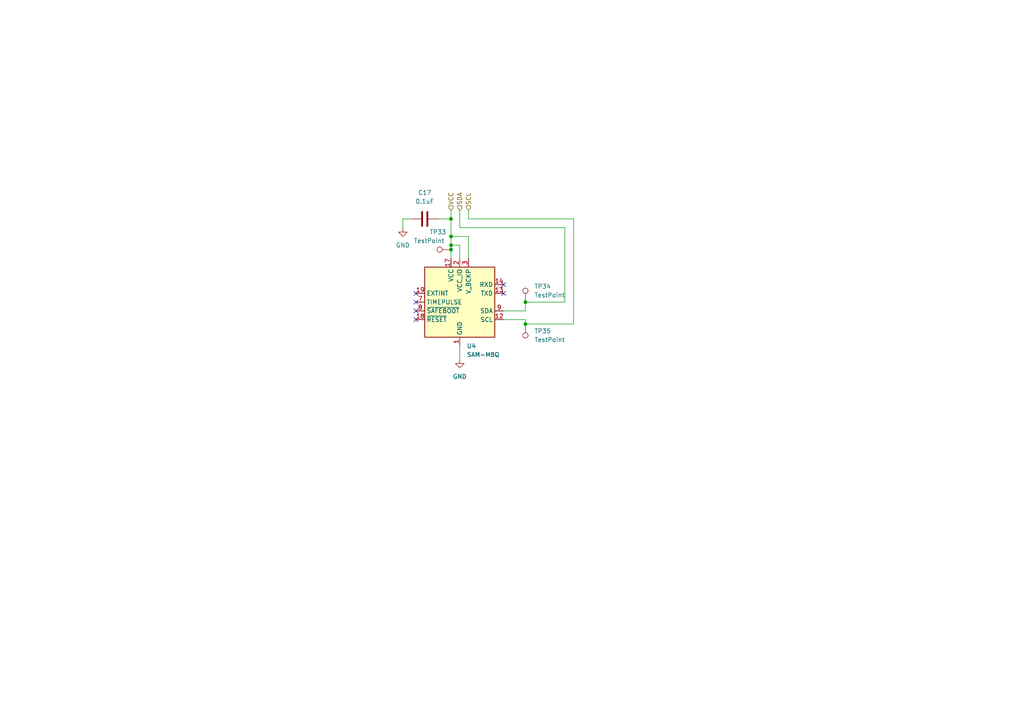
<source format=kicad_sch>
(kicad_sch (version 20211123) (generator eeschema)
  (paper "A4")
  (lib_symbols
    (symbol "Connector:TestPoint" (pin_numbers hide) (pin_names (offset 0.762) hide)
      (property "Reference" "TP" (at 0 6.858 0))
      (property "Value" "TestPoint" (at 0 5.08 0))
      (symbol "TestPoint_0_1"
        (circle (center 0 3.302) (radius 0.762))
      )
      (symbol "TestPoint_1_1"
        (pin passive line (at 0 0 90) (length 2.54) (name "1") (number "1"))
      )
    )
    (symbol "Device:C" (pin_numbers hide) (pin_names (offset 0.254))
      (property "Reference" "C" (at 0.635 2.54 0))
      (property "Value" "C" (at 0.635 -2.54 0))
      (symbol "C_0_1"
        (polyline (pts (xy -2.032 -0.762) (xy 2.032 -0.762)) (stroke (width 0.508)))
        (polyline (pts (xy -2.032 0.762) (xy 2.032 0.762)) (stroke (width 0.508)))
      )
      (symbol "C_1_1"
        (pin passive line (at 0 3.81 270) (length 2.794) (name "~") (number "1"))
        (pin passive line (at 0 -3.81 90) (length 2.794) (name "~") (number "2"))
      )
    )
    (symbol "RF_GPS:SAM-M8Q"
      (property "Reference" "U" (at -8.89 11.43 0))
      (property "Value" "SAM-M8Q" (at 8.89 11.43 0))
      (symbol "SAM-M8Q_0_1"
        (rectangle (start -10.16 10.16) (end 10.16 -10.16) (stroke (width 0.254)) (fill (type background)))
      )
      (symbol "SAM-M8Q_1_1"
        (pin power_in line (at 0 -12.7 90) (length 2.54) (name "GND") (number "1"))
        (pin passive line (at 0 -12.7 90) (length 2.54) hide (name "GND") (number "10"))
        (pin passive line (at 0 -12.7 90) (length 2.54) hide (name "GND") (number "11"))
        (pin input line (at 12.7 -5.08 180) (length 2.54) (name "SCL") (number "12"))
        (pin output line (at 12.7 2.54 180) (length 2.54) (name "TXD") (number "13"))
        (pin input line (at 12.7 5.08 180) (length 2.54) (name "RXD") (number "14"))
        (pin passive line (at 0 -12.7 90) (length 2.54) hide (name "GND") (number "15"))
        (pin passive line (at 0 -12.7 90) (length 2.54) hide (name "GND") (number "16"))
        (pin power_in line (at -2.54 12.7 270) (length 2.54) (name "VCC") (number "17"))
        (pin input line (at -12.7 -5.08 0) (length 2.54) (name "~{RESET}") (number "18"))
        (pin input line (at -12.7 2.54 0) (length 2.54) (name "EXTINT") (number "19"))
        (pin power_in line (at 0 12.7 270) (length 2.54) (name "VCC_IO") (number "2"))
        (pin passive line (at 0 -12.7 90) (length 2.54) hide (name "GND") (number "20"))
        (pin power_in line (at 2.54 12.7 270) (length 2.54) (name "V_BCKP") (number "3"))
        (pin passive line (at 0 -12.7 90) (length 2.54) hide (name "GND") (number "4"))
        (pin passive line (at 0 -12.7 90) (length 2.54) hide (name "GND") (number "5"))
        (pin passive line (at 0 -12.7 90) (length 2.54) hide (name "GND") (number "6"))
        (pin output line (at -12.7 0 0) (length 2.54) (name "TIMEPULSE") (number "7"))
        (pin input line (at -12.7 -2.54 0) (length 2.54) (name "~{SAFEBOOT}") (number "8"))
        (pin bidirectional line (at 12.7 -2.54 180) (length 2.54) (name "SDA") (number "9"))
      )
    )
    (symbol "power:GND" (power) (pin_names (offset 0))
      (property "Value" "GND" (at 0 -3.81 0))
      (symbol "GND_0_1"
        (polyline (pts (xy 0 0) (xy 0 -1.27) (xy 1.27 -1.27) (xy 0 -2.54) (xy -1.27 -1.27) (xy 0 -1.27)))
      )
      (symbol "GND_1_1"
        (pin power_in line (at 0 0 270) (length 0) hide (name "GND") (number "1"))
      )
    )
  )
  (junction (at 130.81 63.5))
  (junction (at 130.81 68.58))
  (junction (at 152.4 87.63))
  (junction (at 130.81 71.12))
  (junction (at 130.81 72.39))
  (junction (at 152.4 93.98))
  (no_connect (at 120.65 92.71))
  (no_connect (at 120.65 90.17))
  (no_connect (at 120.65 87.63))
  (no_connect (at 146.05 82.55))
  (no_connect (at 146.05 85.09))
  (no_connect (at 120.65 85.09))
  (wire (pts (xy 152.4 93.98) (xy 166.37 93.98)))
  (wire (pts (xy 133.35 66.04) (xy 133.35 60.96)))
  (wire (pts (xy 146.05 90.17) (xy 152.4 90.17)))
  (wire (pts (xy 130.81 71.12) (xy 130.81 72.39)))
  (wire (pts (xy 152.4 90.17) (xy 152.4 87.63)))
  (wire (pts (xy 166.37 63.5) (xy 135.89 63.5)))
  (wire (pts (xy 127 63.5) (xy 130.81 63.5)))
  (wire (pts (xy 119.38 63.5) (xy 116.84 63.5)))
  (wire (pts (xy 135.89 74.93) (xy 135.89 68.58)))
  (wire (pts (xy 152.4 92.71) (xy 152.4 93.98)))
  (wire (pts (xy 130.81 72.39) (xy 130.81 74.93)))
  (wire (pts (xy 130.81 68.58) (xy 130.81 71.12)))
  (wire (pts (xy 163.83 87.63) (xy 163.83 66.04)))
  (wire (pts (xy 146.05 92.71) (xy 152.4 92.71)))
  (wire (pts (xy 130.81 60.96) (xy 130.81 63.5)))
  (wire (pts (xy 133.35 71.12) (xy 130.81 71.12)))
  (wire (pts (xy 130.81 63.5) (xy 130.81 68.58)))
  (wire (pts (xy 163.83 66.04) (xy 133.35 66.04)))
  (wire (pts (xy 116.84 63.5) (xy 116.84 66.04)))
  (wire (pts (xy 135.89 68.58) (xy 130.81 68.58)))
  (wire (pts (xy 166.37 93.98) (xy 166.37 63.5)))
  (wire (pts (xy 133.35 74.93) (xy 133.35 71.12)))
  (wire (pts (xy 135.89 63.5) (xy 135.89 60.96)))
  (wire (pts (xy 133.35 100.33) (xy 133.35 104.14)))
  (wire (pts (xy 152.4 87.63) (xy 163.83 87.63)))
  (hierarchical_label "SCL" (shape input) (at 135.89 60.96 90))
  (hierarchical_label "SDA" (shape input) (at 133.35 60.96 90))
  (hierarchical_label "VCC" (shape input) (at 130.81 60.96 90))
  (symbol (lib_id "Connector:TestPoint") (at 152.4 87.63 0) (unit 1)
    (property "Reference" "TP34" (at 154.94 83.0579 0) (effects (justify left)))
    (property "Value" "TestPoint" (at 154.94 85.5979 0) (effects (justify left)))
    (property "Footprint" "TestPoint:TestPoint_Pad_D1.0mm" (effects hide))
  )
  (symbol (lib_id "Device:C") (at 123.19 63.5 90) (unit 1)
    (property "Reference" "C17" (at 123.19 55.88 90))
    (property "Value" "0.1uF" (at 123.19 58.42 90))
    (property "Footprint" "Capacitor_SMD:C_0603_1608Metric_Pad1.08x0.95mm_HandSolder" (effects hide))
    (property "Digikey" "https://www.digikey.com/short/3wn2fdb2" (effects hide))
    (property "Unit Price" "0.10" (effects hide))
  )
  (symbol (lib_id "Connector:TestPoint") (at 130.81 72.39 90) (unit 1)
    (property "Reference" "TP33" (at 127 67.31 90))
    (property "Value" "TestPoint" (at 124.46 69.85 90))
    (property "Footprint" "TestPoint:TestPoint_Pad_D1.0mm" (effects hide))
  )
  (symbol (lib_id "power:GND") (at 116.84 66.04 0) (unit 1)
    (property "Reference" "#PWR0149" (effects hide))
    (property "Value" "GND" (at 116.84 71.12 0))
  )
  (symbol (lib_id "Connector:TestPoint") (at 152.4 93.98 180) (unit 1)
    (property "Reference" "TP35" (at 154.94 96.0119 0) (effects (justify right)))
    (property "Value" "TestPoint" (at 154.94 98.5519 0) (effects (justify right)))
    (property "Footprint" "TestPoint:TestPoint_Pad_D1.0mm" (effects hide))
  )
  (symbol (lib_id "RF_GPS:SAM-M8Q") (at 133.35 87.63 0) (unit 1)
    (property "Reference" "U4" (at 135.3694 100.33 0) (effects (justify left)))
    (property "Value" "SAM-M8Q" (at 135.3694 102.87 0) (effects (justify left)))
    (property "Footprint" "RF_GPS:ublox_SAM-M8Q" (effects hide))
    (property "Datasheet" "https://www.u-blox.com/sites/default/files/SAM-M8Q_DataSheet_%28UBX-16012619%29.pdf" (effects hide))
    (property "Digikey" "https://www.digikey.com/short/n7wwdb37" (effects hide))
    (property "Unit Price" "31.50" (effects hide))
  )
  (symbol (lib_id "power:GND") (at 133.35 104.14 0) (unit 1)
    (property "Reference" "#PWR0150" (effects hide))
    (property "Value" "GND" (at 133.35 109.22 0))
  )
)
</source>
